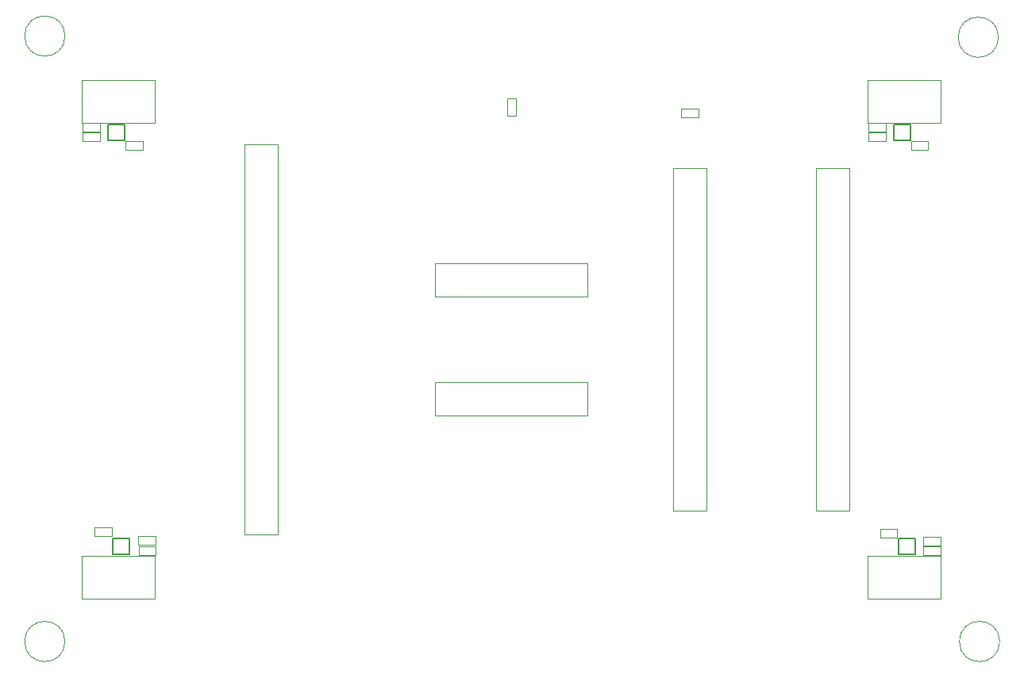
<source format=gbr>
%TF.GenerationSoftware,KiCad,Pcbnew,(5.99.0-12298-gc84619cd7f)*%
%TF.CreationDate,2021-09-28T06:55:21-06:00*%
%TF.ProjectId,VRduino 2,56526475-696e-46f2-9032-2e6b69636164,D*%
%TF.SameCoordinates,Original*%
%TF.FileFunction,Other,User*%
%FSLAX46Y46*%
G04 Gerber Fmt 4.6, Leading zero omitted, Abs format (unit mm)*
G04 Created by KiCad (PCBNEW (5.99.0-12298-gc84619cd7f)) date 2021-09-28 06:55:21*
%MOMM*%
%LPD*%
G01*
G04 APERTURE LIST*
%ADD10C,0.150000*%
%ADD11C,0.050000*%
G04 APERTURE END LIST*
D10*
%TO.C,U3*%
X114453500Y-69749500D02*
X114453500Y-71474500D01*
X116178500Y-71474500D02*
X116178500Y-69749500D01*
X116178500Y-69749500D02*
X114453500Y-69749500D01*
X116178500Y-69749500D02*
X116178500Y-69749500D01*
X114453500Y-71474500D02*
X116178500Y-71474500D01*
%TO.C,U1*%
X198281500Y-69749500D02*
X198281500Y-71474500D01*
X200006500Y-71474500D02*
X200006500Y-69749500D01*
X200006500Y-69749500D02*
X198281500Y-69749500D01*
X200006500Y-69749500D02*
X200006500Y-69749500D01*
X198281500Y-71474500D02*
X200006500Y-71474500D01*
%TO.C,U2*%
X200506500Y-115670500D02*
X200506500Y-113945500D01*
X198781500Y-113945500D02*
X198781500Y-115670500D01*
X198781500Y-115670500D02*
X200506500Y-115670500D01*
X198781500Y-115670500D02*
X198781500Y-115670500D01*
X200506500Y-113945500D02*
X198781500Y-113945500D01*
%TO.C,U4*%
X116686500Y-115670500D02*
X116686500Y-113945500D01*
X114961500Y-113945500D02*
X114961500Y-115670500D01*
X114961500Y-115670500D02*
X116686500Y-115670500D01*
X114961500Y-115670500D02*
X114961500Y-115670500D01*
X116686500Y-113945500D02*
X114961500Y-113945500D01*
D11*
%TO.C,REF\u002A\u002A*%
X209414000Y-60452000D02*
G75*
G03*
X209414000Y-60452000I-2150000J0D01*
G01*
X209541000Y-124968000D02*
G75*
G03*
X209541000Y-124968000I-2150000J0D01*
G01*
X109846000Y-60325000D02*
G75*
G03*
X109846000Y-60325000I-2150000J0D01*
G01*
X109846000Y-124968000D02*
G75*
G03*
X109846000Y-124968000I-2150000J0D01*
G01*
%TO.C,C6*%
X116311000Y-72469000D02*
X116311000Y-71549000D01*
X116311000Y-71549000D02*
X118131000Y-71549000D01*
X118131000Y-71549000D02*
X118131000Y-72469000D01*
X118131000Y-72469000D02*
X116311000Y-72469000D01*
%TO.C,C7*%
X117708000Y-115776000D02*
X117708000Y-114856000D01*
X117708000Y-114856000D02*
X119528000Y-114856000D01*
X119528000Y-114856000D02*
X119528000Y-115776000D01*
X119528000Y-115776000D02*
X117708000Y-115776000D01*
%TO.C,C8*%
X114829000Y-112824000D02*
X114829000Y-113744000D01*
X114829000Y-113744000D02*
X113009000Y-113744000D01*
X113009000Y-113744000D02*
X113009000Y-112824000D01*
X113009000Y-112824000D02*
X114829000Y-112824000D01*
%TO.C,C1*%
X197379000Y-69644000D02*
X197379000Y-70564000D01*
X197379000Y-70564000D02*
X195559000Y-70564000D01*
X195559000Y-70564000D02*
X195559000Y-69644000D01*
X195559000Y-69644000D02*
X197379000Y-69644000D01*
%TO.C,C2*%
X200103000Y-72469000D02*
X200103000Y-71549000D01*
X200103000Y-71549000D02*
X201923000Y-71549000D01*
X201923000Y-71549000D02*
X201923000Y-72469000D01*
X201923000Y-72469000D02*
X200103000Y-72469000D01*
%TO.C,C3*%
X201401000Y-115776000D02*
X201401000Y-114856000D01*
X201401000Y-114856000D02*
X203221000Y-114856000D01*
X203221000Y-114856000D02*
X203221000Y-115776000D01*
X203221000Y-115776000D02*
X201401000Y-115776000D01*
%TO.C,C4*%
X198621000Y-112951000D02*
X198621000Y-113871000D01*
X198621000Y-113871000D02*
X196801000Y-113871000D01*
X196801000Y-113871000D02*
X196801000Y-112951000D01*
X196801000Y-112951000D02*
X198621000Y-112951000D01*
%TO.C,D4*%
X119460000Y-69560000D02*
X111680000Y-69560000D01*
X119460000Y-69560000D02*
X119460000Y-65060000D01*
X111680000Y-65060000D02*
X111680000Y-69560000D01*
X111680000Y-65060000D02*
X119460000Y-65060000D01*
%TO.C,D5*%
X111680000Y-115860000D02*
X119460000Y-115860000D01*
X111680000Y-115860000D02*
X111680000Y-120360000D01*
X119460000Y-120360000D02*
X119460000Y-115860000D01*
X119460000Y-120360000D02*
X111680000Y-120360000D01*
%TO.C,D2*%
X203280000Y-69560000D02*
X195500000Y-69560000D01*
X203280000Y-69560000D02*
X203280000Y-65060000D01*
X195500000Y-65060000D02*
X195500000Y-69560000D01*
X195500000Y-65060000D02*
X203280000Y-65060000D01*
%TO.C,D3*%
X195500000Y-115860000D02*
X203280000Y-115860000D01*
X195500000Y-115860000D02*
X195500000Y-120360000D01*
X203280000Y-120360000D02*
X203280000Y-115860000D01*
X203280000Y-120360000D02*
X195500000Y-120360000D01*
%TO.C,J2*%
X189970000Y-74400000D02*
X193520000Y-74400000D01*
X193520000Y-74400000D02*
X193520000Y-111000000D01*
X193520000Y-111000000D02*
X189970000Y-111000000D01*
X189970000Y-111000000D02*
X189970000Y-74400000D01*
%TO.C,J3*%
X149330000Y-100860000D02*
X149330000Y-97310000D01*
X149330000Y-97310000D02*
X165580000Y-97310000D01*
X165580000Y-97310000D02*
X165580000Y-100860000D01*
X165580000Y-100860000D02*
X149330000Y-100860000D01*
%TO.C,J4*%
X149330000Y-88160000D02*
X149330000Y-84610000D01*
X149330000Y-84610000D02*
X165580000Y-84610000D01*
X165580000Y-84610000D02*
X165580000Y-88160000D01*
X165580000Y-88160000D02*
X149330000Y-88160000D01*
%TO.C,J5*%
X129010000Y-71860000D02*
X132560000Y-71860000D01*
X132560000Y-71860000D02*
X132560000Y-113560000D01*
X132560000Y-113560000D02*
X129010000Y-113560000D01*
X129010000Y-113560000D02*
X129010000Y-71860000D01*
%TO.C,R1*%
X175600000Y-69050000D02*
X175600000Y-68110000D01*
X175600000Y-68110000D02*
X177460000Y-68110000D01*
X177460000Y-68110000D02*
X177460000Y-69050000D01*
X177460000Y-69050000D02*
X175600000Y-69050000D01*
%TO.C,R4*%
X113579000Y-70650000D02*
X113579000Y-71590000D01*
X113579000Y-71590000D02*
X111719000Y-71590000D01*
X111719000Y-71590000D02*
X111719000Y-70650000D01*
X111719000Y-70650000D02*
X113579000Y-70650000D01*
%TO.C,R5*%
X117688000Y-114643000D02*
X117688000Y-113703000D01*
X117688000Y-113703000D02*
X119548000Y-113703000D01*
X119548000Y-113703000D02*
X119548000Y-114643000D01*
X119548000Y-114643000D02*
X117688000Y-114643000D01*
%TO.C,R2*%
X197399000Y-70650000D02*
X197399000Y-71590000D01*
X197399000Y-71590000D02*
X195539000Y-71590000D01*
X195539000Y-71590000D02*
X195539000Y-70650000D01*
X195539000Y-70650000D02*
X197399000Y-70650000D01*
%TO.C,R3*%
X201381000Y-114770000D02*
X201381000Y-113830000D01*
X201381000Y-113830000D02*
X203241000Y-113830000D01*
X203241000Y-113830000D02*
X203241000Y-114770000D01*
X203241000Y-114770000D02*
X201381000Y-114770000D01*
%TO.C,C5*%
X113559000Y-69644000D02*
X113559000Y-70564000D01*
X113559000Y-70564000D02*
X111739000Y-70564000D01*
X111739000Y-70564000D02*
X111739000Y-69644000D01*
X111739000Y-69644000D02*
X113559000Y-69644000D01*
%TO.C,J1*%
X174730000Y-74400000D02*
X178280000Y-74400000D01*
X178280000Y-74400000D02*
X178280000Y-111000000D01*
X178280000Y-111000000D02*
X174730000Y-111000000D01*
X174730000Y-111000000D02*
X174730000Y-74400000D01*
%TO.C,D1*%
X157010000Y-67015000D02*
X157950000Y-67015000D01*
X157950000Y-67015000D02*
X157950000Y-68875000D01*
X157950000Y-68875000D02*
X157010000Y-68875000D01*
X157010000Y-68875000D02*
X157010000Y-67015000D01*
%TD*%
M02*

</source>
